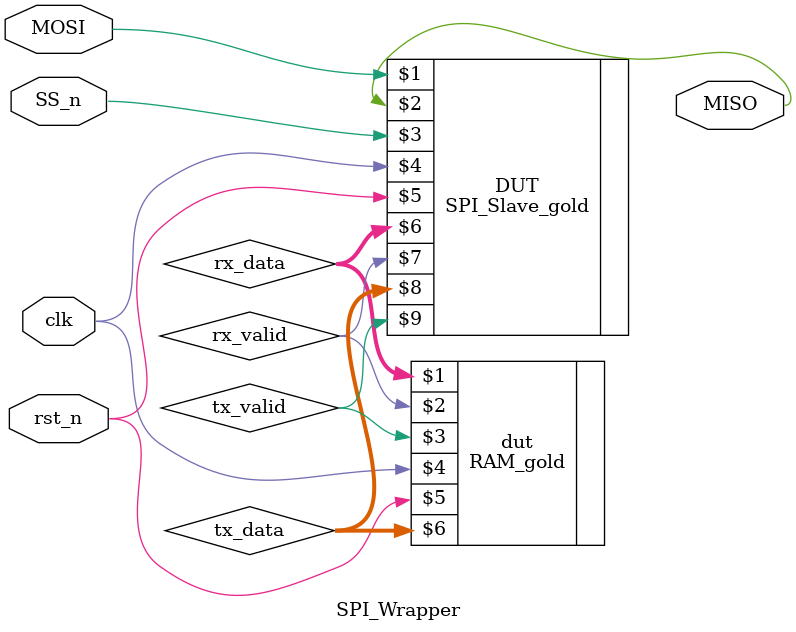
<source format=v>

module SPI_Wrapper(MOSI ,MISO ,SS_n ,clk ,rst_n);
    input MOSI ,SS_n ,clk ,rst_n;
    output MISO;

    wire rx_valid , tx_valid;
    wire [9:0] rx_data;
    wire [7:0]tx_data;

    SPI_Slave_gold DUT (MOSI ,MISO ,SS_n ,clk ,rst_n ,rx_data ,rx_valid ,tx_data ,tx_valid);
    RAM_gold dut (rx_data , rx_valid , tx_valid , clk , rst_n , tx_data);


endmodule
</source>
